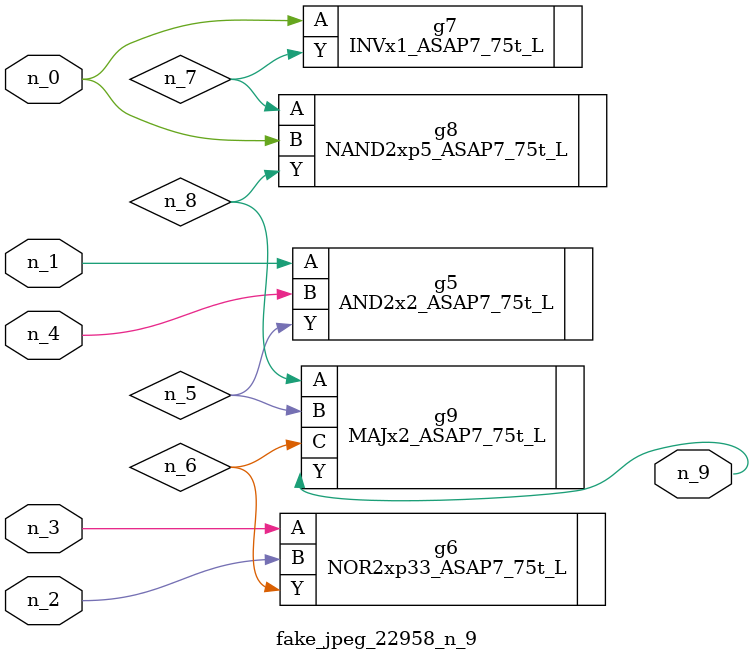
<source format=v>
module fake_jpeg_22958_n_9 (n_3, n_2, n_1, n_0, n_4, n_9);

input n_3;
input n_2;
input n_1;
input n_0;
input n_4;

output n_9;

wire n_8;
wire n_6;
wire n_5;
wire n_7;

AND2x2_ASAP7_75t_L g5 ( 
.A(n_1),
.B(n_4),
.Y(n_5)
);

NOR2xp33_ASAP7_75t_L g6 ( 
.A(n_3),
.B(n_2),
.Y(n_6)
);

INVx1_ASAP7_75t_L g7 ( 
.A(n_0),
.Y(n_7)
);

NAND2xp5_ASAP7_75t_L g8 ( 
.A(n_7),
.B(n_0),
.Y(n_8)
);

MAJx2_ASAP7_75t_L g9 ( 
.A(n_8),
.B(n_5),
.C(n_6),
.Y(n_9)
);


endmodule
</source>
